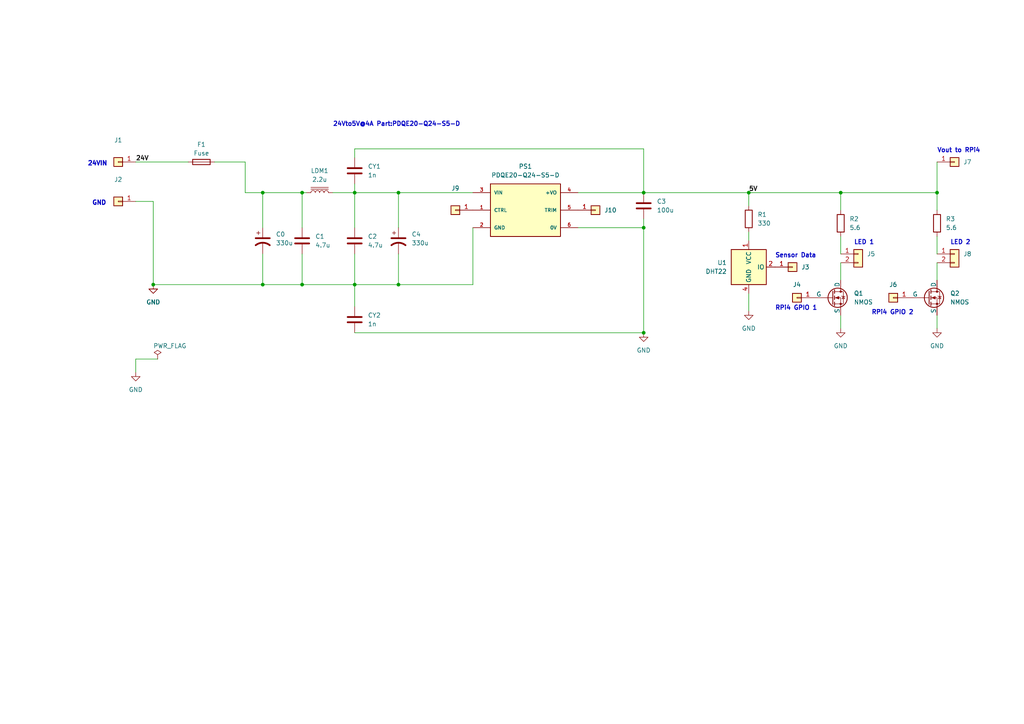
<source format=kicad_sch>
(kicad_sch (version 20230121) (generator eeschema)

  (uuid c8a1dbed-09ff-4cce-b212-445f2f4631fc)

  (paper "A4")

  (title_block
    (date "2023-09-22")
    (rev "5")
    (company "ASML Team 12")
  )

  (lib_symbols
    (symbol "Connector_Generic:Conn_01x01" (pin_names (offset 1.016) hide) (in_bom yes) (on_board yes)
      (property "Reference" "J" (at 0 2.54 0)
        (effects (font (size 1.27 1.27)))
      )
      (property "Value" "Conn_01x01" (at 0 -2.54 0)
        (effects (font (size 1.27 1.27)))
      )
      (property "Footprint" "" (at 0 0 0)
        (effects (font (size 1.27 1.27)) hide)
      )
      (property "Datasheet" "~" (at 0 0 0)
        (effects (font (size 1.27 1.27)) hide)
      )
      (property "ki_keywords" "connector" (at 0 0 0)
        (effects (font (size 1.27 1.27)) hide)
      )
      (property "ki_description" "Generic connector, single row, 01x01, script generated (kicad-library-utils/schlib/autogen/connector/)" (at 0 0 0)
        (effects (font (size 1.27 1.27)) hide)
      )
      (property "ki_fp_filters" "Connector*:*_1x??_*" (at 0 0 0)
        (effects (font (size 1.27 1.27)) hide)
      )
      (symbol "Conn_01x01_1_1"
        (rectangle (start -1.27 0.127) (end 0 -0.127)
          (stroke (width 0.1524) (type default))
          (fill (type none))
        )
        (rectangle (start -1.27 1.27) (end 1.27 -1.27)
          (stroke (width 0.254) (type default))
          (fill (type background))
        )
        (pin passive line (at -5.08 0 0) (length 3.81)
          (name "Pin_1" (effects (font (size 1.27 1.27))))
          (number "1" (effects (font (size 1.27 1.27))))
        )
      )
    )
    (symbol "Connector_Generic:Conn_01x02" (pin_names (offset 1.016) hide) (in_bom yes) (on_board yes)
      (property "Reference" "J" (at 0 2.54 0)
        (effects (font (size 1.27 1.27)))
      )
      (property "Value" "Conn_01x02" (at 0 -5.08 0)
        (effects (font (size 1.27 1.27)))
      )
      (property "Footprint" "" (at 0 0 0)
        (effects (font (size 1.27 1.27)) hide)
      )
      (property "Datasheet" "~" (at 0 0 0)
        (effects (font (size 1.27 1.27)) hide)
      )
      (property "ki_keywords" "connector" (at 0 0 0)
        (effects (font (size 1.27 1.27)) hide)
      )
      (property "ki_description" "Generic connector, single row, 01x02, script generated (kicad-library-utils/schlib/autogen/connector/)" (at 0 0 0)
        (effects (font (size 1.27 1.27)) hide)
      )
      (property "ki_fp_filters" "Connector*:*_1x??_*" (at 0 0 0)
        (effects (font (size 1.27 1.27)) hide)
      )
      (symbol "Conn_01x02_1_1"
        (rectangle (start -1.27 -2.413) (end 0 -2.667)
          (stroke (width 0.1524) (type default))
          (fill (type none))
        )
        (rectangle (start -1.27 0.127) (end 0 -0.127)
          (stroke (width 0.1524) (type default))
          (fill (type none))
        )
        (rectangle (start -1.27 1.27) (end 1.27 -3.81)
          (stroke (width 0.254) (type default))
          (fill (type background))
        )
        (pin passive line (at -5.08 0 0) (length 3.81)
          (name "Pin_1" (effects (font (size 1.27 1.27))))
          (number "1" (effects (font (size 1.27 1.27))))
        )
        (pin passive line (at -5.08 -2.54 0) (length 3.81)
          (name "Pin_2" (effects (font (size 1.27 1.27))))
          (number "2" (effects (font (size 1.27 1.27))))
        )
      )
    )
    (symbol "Device:C" (pin_numbers hide) (pin_names (offset 0.254)) (in_bom yes) (on_board yes)
      (property "Reference" "C" (at 0.635 2.54 0)
        (effects (font (size 1.27 1.27)) (justify left))
      )
      (property "Value" "C" (at 0.635 -2.54 0)
        (effects (font (size 1.27 1.27)) (justify left))
      )
      (property "Footprint" "" (at 0.9652 -3.81 0)
        (effects (font (size 1.27 1.27)) hide)
      )
      (property "Datasheet" "~" (at 0 0 0)
        (effects (font (size 1.27 1.27)) hide)
      )
      (property "ki_keywords" "cap capacitor" (at 0 0 0)
        (effects (font (size 1.27 1.27)) hide)
      )
      (property "ki_description" "Unpolarized capacitor" (at 0 0 0)
        (effects (font (size 1.27 1.27)) hide)
      )
      (property "ki_fp_filters" "C_*" (at 0 0 0)
        (effects (font (size 1.27 1.27)) hide)
      )
      (symbol "C_0_1"
        (polyline
          (pts
            (xy -2.032 -0.762)
            (xy 2.032 -0.762)
          )
          (stroke (width 0.508) (type default))
          (fill (type none))
        )
        (polyline
          (pts
            (xy -2.032 0.762)
            (xy 2.032 0.762)
          )
          (stroke (width 0.508) (type default))
          (fill (type none))
        )
      )
      (symbol "C_1_1"
        (pin passive line (at 0 3.81 270) (length 2.794)
          (name "~" (effects (font (size 1.27 1.27))))
          (number "1" (effects (font (size 1.27 1.27))))
        )
        (pin passive line (at 0 -3.81 90) (length 2.794)
          (name "~" (effects (font (size 1.27 1.27))))
          (number "2" (effects (font (size 1.27 1.27))))
        )
      )
    )
    (symbol "Device:C_Polarized_US" (pin_numbers hide) (pin_names (offset 0.254) hide) (in_bom yes) (on_board yes)
      (property "Reference" "C" (at 0.635 2.54 0)
        (effects (font (size 1.27 1.27)) (justify left))
      )
      (property "Value" "C_Polarized_US" (at 0.635 -2.54 0)
        (effects (font (size 1.27 1.27)) (justify left))
      )
      (property "Footprint" "" (at 0 0 0)
        (effects (font (size 1.27 1.27)) hide)
      )
      (property "Datasheet" "~" (at 0 0 0)
        (effects (font (size 1.27 1.27)) hide)
      )
      (property "ki_keywords" "cap capacitor" (at 0 0 0)
        (effects (font (size 1.27 1.27)) hide)
      )
      (property "ki_description" "Polarized capacitor, US symbol" (at 0 0 0)
        (effects (font (size 1.27 1.27)) hide)
      )
      (property "ki_fp_filters" "CP_*" (at 0 0 0)
        (effects (font (size 1.27 1.27)) hide)
      )
      (symbol "C_Polarized_US_0_1"
        (polyline
          (pts
            (xy -2.032 0.762)
            (xy 2.032 0.762)
          )
          (stroke (width 0.508) (type default))
          (fill (type none))
        )
        (polyline
          (pts
            (xy -1.778 2.286)
            (xy -0.762 2.286)
          )
          (stroke (width 0) (type default))
          (fill (type none))
        )
        (polyline
          (pts
            (xy -1.27 1.778)
            (xy -1.27 2.794)
          )
          (stroke (width 0) (type default))
          (fill (type none))
        )
        (arc (start 2.032 -1.27) (mid 0 -0.5572) (end -2.032 -1.27)
          (stroke (width 0.508) (type default))
          (fill (type none))
        )
      )
      (symbol "C_Polarized_US_1_1"
        (pin passive line (at 0 3.81 270) (length 2.794)
          (name "~" (effects (font (size 1.27 1.27))))
          (number "1" (effects (font (size 1.27 1.27))))
        )
        (pin passive line (at 0 -3.81 90) (length 3.302)
          (name "~" (effects (font (size 1.27 1.27))))
          (number "2" (effects (font (size 1.27 1.27))))
        )
      )
    )
    (symbol "Device:Fuse" (pin_numbers hide) (pin_names (offset 0)) (in_bom yes) (on_board yes)
      (property "Reference" "F" (at 2.032 0 90)
        (effects (font (size 1.27 1.27)))
      )
      (property "Value" "Fuse" (at -1.905 0 90)
        (effects (font (size 1.27 1.27)))
      )
      (property "Footprint" "" (at -1.778 0 90)
        (effects (font (size 1.27 1.27)) hide)
      )
      (property "Datasheet" "~" (at 0 0 0)
        (effects (font (size 1.27 1.27)) hide)
      )
      (property "ki_keywords" "fuse" (at 0 0 0)
        (effects (font (size 1.27 1.27)) hide)
      )
      (property "ki_description" "Fuse" (at 0 0 0)
        (effects (font (size 1.27 1.27)) hide)
      )
      (property "ki_fp_filters" "*Fuse*" (at 0 0 0)
        (effects (font (size 1.27 1.27)) hide)
      )
      (symbol "Fuse_0_1"
        (rectangle (start -0.762 -2.54) (end 0.762 2.54)
          (stroke (width 0.254) (type default))
          (fill (type none))
        )
        (polyline
          (pts
            (xy 0 2.54)
            (xy 0 -2.54)
          )
          (stroke (width 0) (type default))
          (fill (type none))
        )
      )
      (symbol "Fuse_1_1"
        (pin passive line (at 0 3.81 270) (length 1.27)
          (name "~" (effects (font (size 1.27 1.27))))
          (number "1" (effects (font (size 1.27 1.27))))
        )
        (pin passive line (at 0 -3.81 90) (length 1.27)
          (name "~" (effects (font (size 1.27 1.27))))
          (number "2" (effects (font (size 1.27 1.27))))
        )
      )
    )
    (symbol "Device:L_Iron" (pin_numbers hide) (pin_names (offset 1.016) hide) (in_bom yes) (on_board yes)
      (property "Reference" "L" (at -1.27 0 90)
        (effects (font (size 1.27 1.27)))
      )
      (property "Value" "L_Iron" (at 2.794 0 90)
        (effects (font (size 1.27 1.27)))
      )
      (property "Footprint" "" (at 0 0 0)
        (effects (font (size 1.27 1.27)) hide)
      )
      (property "Datasheet" "~" (at 0 0 0)
        (effects (font (size 1.27 1.27)) hide)
      )
      (property "ki_keywords" "inductor choke coil reactor magnetic" (at 0 0 0)
        (effects (font (size 1.27 1.27)) hide)
      )
      (property "ki_description" "Inductor with iron core" (at 0 0 0)
        (effects (font (size 1.27 1.27)) hide)
      )
      (property "ki_fp_filters" "Choke_* *Coil* Inductor_* L_*" (at 0 0 0)
        (effects (font (size 1.27 1.27)) hide)
      )
      (symbol "L_Iron_0_1"
        (arc (start 0 -2.54) (mid 0.6323 -1.905) (end 0 -1.27)
          (stroke (width 0) (type default))
          (fill (type none))
        )
        (arc (start 0 -1.27) (mid 0.6323 -0.635) (end 0 0)
          (stroke (width 0) (type default))
          (fill (type none))
        )
        (polyline
          (pts
            (xy 1.016 2.54)
            (xy 1.016 -2.54)
          )
          (stroke (width 0) (type default))
          (fill (type none))
        )
        (polyline
          (pts
            (xy 1.524 -2.54)
            (xy 1.524 2.54)
          )
          (stroke (width 0) (type default))
          (fill (type none))
        )
        (arc (start 0 0) (mid 0.6323 0.635) (end 0 1.27)
          (stroke (width 0) (type default))
          (fill (type none))
        )
        (arc (start 0 1.27) (mid 0.6323 1.905) (end 0 2.54)
          (stroke (width 0) (type default))
          (fill (type none))
        )
      )
      (symbol "L_Iron_1_1"
        (pin passive line (at 0 3.81 270) (length 1.27)
          (name "1" (effects (font (size 1.27 1.27))))
          (number "1" (effects (font (size 1.27 1.27))))
        )
        (pin passive line (at 0 -3.81 90) (length 1.27)
          (name "2" (effects (font (size 1.27 1.27))))
          (number "2" (effects (font (size 1.27 1.27))))
        )
      )
    )
    (symbol "Device:R" (pin_numbers hide) (pin_names (offset 0)) (in_bom yes) (on_board yes)
      (property "Reference" "R" (at 2.032 0 90)
        (effects (font (size 1.27 1.27)))
      )
      (property "Value" "R" (at 0 0 90)
        (effects (font (size 1.27 1.27)))
      )
      (property "Footprint" "" (at -1.778 0 90)
        (effects (font (size 1.27 1.27)) hide)
      )
      (property "Datasheet" "~" (at 0 0 0)
        (effects (font (size 1.27 1.27)) hide)
      )
      (property "ki_keywords" "R res resistor" (at 0 0 0)
        (effects (font (size 1.27 1.27)) hide)
      )
      (property "ki_description" "Resistor" (at 0 0 0)
        (effects (font (size 1.27 1.27)) hide)
      )
      (property "ki_fp_filters" "R_*" (at 0 0 0)
        (effects (font (size 1.27 1.27)) hide)
      )
      (symbol "R_0_1"
        (rectangle (start -1.016 -2.54) (end 1.016 2.54)
          (stroke (width 0.254) (type default))
          (fill (type none))
        )
      )
      (symbol "R_1_1"
        (pin passive line (at 0 3.81 270) (length 1.27)
          (name "~" (effects (font (size 1.27 1.27))))
          (number "1" (effects (font (size 1.27 1.27))))
        )
        (pin passive line (at 0 -3.81 90) (length 1.27)
          (name "~" (effects (font (size 1.27 1.27))))
          (number "2" (effects (font (size 1.27 1.27))))
        )
      )
    )
    (symbol "PDQE20-Q24-S5-D:PDQE20-Q24-S5-D" (pin_names (offset 1.016)) (in_bom yes) (on_board yes)
      (property "Reference" "PS" (at -10.16 8.382 0)
        (effects (font (size 1.27 1.27)) (justify left bottom))
      )
      (property "Value" "PDQE20-Q24-S5-D" (at -10.16 -10.16 0)
        (effects (font (size 1.27 1.27)) (justify left bottom))
      )
      (property "Footprint" "CONV_PDQE20-Q24-S5-D" (at 0 0 0)
        (effects (font (size 1.27 1.27)) (justify left bottom) hide)
      )
      (property "Datasheet" "" (at 0 0 0)
        (effects (font (size 1.27 1.27)) (justify left bottom) hide)
      )
      (property "PARTREV" "1.0" (at 0 0 0)
        (effects (font (size 1.27 1.27)) (justify left bottom) hide)
      )
      (property "STANDARD" "Manufacturer Recommendations" (at 0 0 0)
        (effects (font (size 1.27 1.27)) (justify left bottom) hide)
      )
      (property "MAXIMUM_PACKAGE_HEIGHT" "11.70mm" (at 0 0 0)
        (effects (font (size 1.27 1.27)) (justify left bottom) hide)
      )
      (property "MANUFACTURER" "CUI Inc." (at 0 0 0)
        (effects (font (size 1.27 1.27)) (justify left bottom) hide)
      )
      (property "ki_locked" "" (at 0 0 0)
        (effects (font (size 1.27 1.27)))
      )
      (symbol "PDQE20-Q24-S5-D_0_0"
        (rectangle (start -10.16 -7.62) (end 10.16 7.62)
          (stroke (width 0.254) (type solid))
          (fill (type background))
        )
        (pin input line (at -15.24 0 0) (length 5.08)
          (name "CTRL" (effects (font (size 1.016 1.016))))
          (number "1" (effects (font (size 1.016 1.016))))
        )
        (pin power_in line (at -15.24 -5.08 0) (length 5.08)
          (name "GND" (effects (font (size 1.016 1.016))))
          (number "2" (effects (font (size 1.016 1.016))))
        )
        (pin input line (at -15.24 5.08 0) (length 5.08)
          (name "VIN" (effects (font (size 1.016 1.016))))
          (number "3" (effects (font (size 1.016 1.016))))
        )
        (pin output line (at 15.24 5.08 180) (length 5.08)
          (name "+VO" (effects (font (size 1.016 1.016))))
          (number "4" (effects (font (size 1.016 1.016))))
        )
        (pin passive line (at 15.24 0 180) (length 5.08)
          (name "TRIM" (effects (font (size 1.016 1.016))))
          (number "5" (effects (font (size 1.016 1.016))))
        )
        (pin output line (at 15.24 -5.08 180) (length 5.08)
          (name "0V" (effects (font (size 1.016 1.016))))
          (number "6" (effects (font (size 1.016 1.016))))
        )
      )
    )
    (symbol "Sensor:DHT11" (in_bom yes) (on_board yes)
      (property "Reference" "U1" (at -6.35 1.27 0)
        (effects (font (size 1.27 1.27)) (justify right))
      )
      (property "Value" "DHT22" (at -6.35 -1.27 0)
        (effects (font (size 1.27 1.27)) (justify right))
      )
      (property "Footprint" "Sensor:Aosong_DHT11_5.5x12.0_P2.54mm" (at 0 -10.16 0)
        (effects (font (size 1.27 1.27)) hide)
      )
      (property "Datasheet" "http://akizukidenshi.com/download/ds/aosong/DHT11.pdf" (at 3.81 6.35 0)
        (effects (font (size 1.27 1.27)) hide)
      )
      (property "ki_keywords" "Digital temperature humidity sensor" (at 0 0 0)
        (effects (font (size 1.27 1.27)) hide)
      )
      (property "ki_description" "Temperature and humidity module" (at 0 0 0)
        (effects (font (size 1.27 1.27)) hide)
      )
      (property "ki_fp_filters" "Aosong*DHT11*5.5x12.0*P2.54mm*" (at 0 0 0)
        (effects (font (size 1.27 1.27)) hide)
      )
      (symbol "DHT11_0_1"
        (rectangle (start -5.08 5.08) (end 5.08 -5.08)
          (stroke (width 0.254) (type default))
          (fill (type background))
        )
      )
      (symbol "DHT11_1_1"
        (pin input line (at 0 7.62 270) (length 2.54)
          (name "VCC" (effects (font (size 1.27 1.27))))
          (number "1" (effects (font (size 1.27 1.27))))
        )
        (pin bidirectional line (at 7.62 0 180) (length 2.54)
          (name "IO" (effects (font (size 1.27 1.27))))
          (number "2" (effects (font (size 1.27 1.27))))
        )
        (pin no_connect line (at -5.08 0 0) (length 2.54) hide
          (name "NC" (effects (font (size 1.27 1.27))))
          (number "3" (effects (font (size 1.27 1.27))))
        )
        (pin power_in line (at 0 -7.62 90) (length 2.54)
          (name "GND" (effects (font (size 1.27 1.27))))
          (number "4" (effects (font (size 1.27 1.27))))
        )
      )
    )
    (symbol "Simulation_SPICE:NMOS" (pin_numbers hide) (pin_names (offset 0)) (in_bom yes) (on_board yes)
      (property "Reference" "Q" (at 5.08 1.27 0)
        (effects (font (size 1.27 1.27)) (justify left))
      )
      (property "Value" "NMOS" (at 5.08 -1.27 0)
        (effects (font (size 1.27 1.27)) (justify left))
      )
      (property "Footprint" "" (at 5.08 2.54 0)
        (effects (font (size 1.27 1.27)) hide)
      )
      (property "Datasheet" "https://ngspice.sourceforge.io/docs/ngspice-manual.pdf" (at 0 -12.7 0)
        (effects (font (size 1.27 1.27)) hide)
      )
      (property "Sim.Device" "NMOS" (at 0 -17.145 0)
        (effects (font (size 1.27 1.27)) hide)
      )
      (property "Sim.Type" "VDMOS" (at 0 -19.05 0)
        (effects (font (size 1.27 1.27)) hide)
      )
      (property "Sim.Pins" "1=D 2=G 3=S" (at 0 -15.24 0)
        (effects (font (size 1.27 1.27)) hide)
      )
      (property "ki_keywords" "transistor NMOS N-MOS N-MOSFET simulation" (at 0 0 0)
        (effects (font (size 1.27 1.27)) hide)
      )
      (property "ki_description" "N-MOSFET transistor, drain/source/gate" (at 0 0 0)
        (effects (font (size 1.27 1.27)) hide)
      )
      (symbol "NMOS_0_1"
        (polyline
          (pts
            (xy 0.254 0)
            (xy -2.54 0)
          )
          (stroke (width 0) (type default))
          (fill (type none))
        )
        (polyline
          (pts
            (xy 0.254 1.905)
            (xy 0.254 -1.905)
          )
          (stroke (width 0.254) (type default))
          (fill (type none))
        )
        (polyline
          (pts
            (xy 0.762 -1.27)
            (xy 0.762 -2.286)
          )
          (stroke (width 0.254) (type default))
          (fill (type none))
        )
        (polyline
          (pts
            (xy 0.762 0.508)
            (xy 0.762 -0.508)
          )
          (stroke (width 0.254) (type default))
          (fill (type none))
        )
        (polyline
          (pts
            (xy 0.762 2.286)
            (xy 0.762 1.27)
          )
          (stroke (width 0.254) (type default))
          (fill (type none))
        )
        (polyline
          (pts
            (xy 2.54 2.54)
            (xy 2.54 1.778)
          )
          (stroke (width 0) (type default))
          (fill (type none))
        )
        (polyline
          (pts
            (xy 2.54 -2.54)
            (xy 2.54 0)
            (xy 0.762 0)
          )
          (stroke (width 0) (type default))
          (fill (type none))
        )
        (polyline
          (pts
            (xy 0.762 -1.778)
            (xy 3.302 -1.778)
            (xy 3.302 1.778)
            (xy 0.762 1.778)
          )
          (stroke (width 0) (type default))
          (fill (type none))
        )
        (polyline
          (pts
            (xy 1.016 0)
            (xy 2.032 0.381)
            (xy 2.032 -0.381)
            (xy 1.016 0)
          )
          (stroke (width 0) (type default))
          (fill (type outline))
        )
        (polyline
          (pts
            (xy 2.794 0.508)
            (xy 2.921 0.381)
            (xy 3.683 0.381)
            (xy 3.81 0.254)
          )
          (stroke (width 0) (type default))
          (fill (type none))
        )
        (polyline
          (pts
            (xy 3.302 0.381)
            (xy 2.921 -0.254)
            (xy 3.683 -0.254)
            (xy 3.302 0.381)
          )
          (stroke (width 0) (type default))
          (fill (type none))
        )
        (circle (center 1.651 0) (radius 2.794)
          (stroke (width 0.254) (type default))
          (fill (type none))
        )
        (circle (center 2.54 -1.778) (radius 0.254)
          (stroke (width 0) (type default))
          (fill (type outline))
        )
        (circle (center 2.54 1.778) (radius 0.254)
          (stroke (width 0) (type default))
          (fill (type outline))
        )
      )
      (symbol "NMOS_1_1"
        (pin passive line (at 2.54 5.08 270) (length 2.54)
          (name "D" (effects (font (size 1.27 1.27))))
          (number "1" (effects (font (size 1.27 1.27))))
        )
        (pin input line (at -5.08 0 0) (length 2.54)
          (name "G" (effects (font (size 1.27 1.27))))
          (number "2" (effects (font (size 1.27 1.27))))
        )
        (pin passive line (at 2.54 -5.08 90) (length 2.54)
          (name "S" (effects (font (size 1.27 1.27))))
          (number "3" (effects (font (size 1.27 1.27))))
        )
      )
    )
    (symbol "power:GND" (power) (pin_names (offset 0)) (in_bom yes) (on_board yes)
      (property "Reference" "#PWR" (at 0 -6.35 0)
        (effects (font (size 1.27 1.27)) hide)
      )
      (property "Value" "GND" (at 0 -3.81 0)
        (effects (font (size 1.27 1.27)))
      )
      (property "Footprint" "" (at 0 0 0)
        (effects (font (size 1.27 1.27)) hide)
      )
      (property "Datasheet" "" (at 0 0 0)
        (effects (font (size 1.27 1.27)) hide)
      )
      (property "ki_keywords" "global power" (at 0 0 0)
        (effects (font (size 1.27 1.27)) hide)
      )
      (property "ki_description" "Power symbol creates a global label with name \"GND\" , ground" (at 0 0 0)
        (effects (font (size 1.27 1.27)) hide)
      )
      (symbol "GND_0_1"
        (polyline
          (pts
            (xy 0 0)
            (xy 0 -1.27)
            (xy 1.27 -1.27)
            (xy 0 -2.54)
            (xy -1.27 -1.27)
            (xy 0 -1.27)
          )
          (stroke (width 0) (type default))
          (fill (type none))
        )
      )
      (symbol "GND_1_1"
        (pin power_in line (at 0 0 270) (length 0) hide
          (name "GND" (effects (font (size 1.27 1.27))))
          (number "1" (effects (font (size 1.27 1.27))))
        )
      )
    )
    (symbol "power:PWR_FLAG" (power) (pin_numbers hide) (pin_names (offset 0) hide) (in_bom yes) (on_board yes)
      (property "Reference" "#FLG" (at 0 1.905 0)
        (effects (font (size 1.27 1.27)) hide)
      )
      (property "Value" "PWR_FLAG" (at 0 3.81 0)
        (effects (font (size 1.27 1.27)))
      )
      (property "Footprint" "" (at 0 0 0)
        (effects (font (size 1.27 1.27)) hide)
      )
      (property "Datasheet" "~" (at 0 0 0)
        (effects (font (size 1.27 1.27)) hide)
      )
      (property "ki_keywords" "flag power" (at 0 0 0)
        (effects (font (size 1.27 1.27)) hide)
      )
      (property "ki_description" "Special symbol for telling ERC where power comes from" (at 0 0 0)
        (effects (font (size 1.27 1.27)) hide)
      )
      (symbol "PWR_FLAG_0_0"
        (pin power_out line (at 0 0 90) (length 0)
          (name "pwr" (effects (font (size 1.27 1.27))))
          (number "1" (effects (font (size 1.27 1.27))))
        )
      )
      (symbol "PWR_FLAG_0_1"
        (polyline
          (pts
            (xy 0 0)
            (xy 0 1.27)
            (xy -1.016 1.905)
            (xy 0 2.54)
            (xy 1.016 1.905)
            (xy 0 1.27)
          )
          (stroke (width 0) (type default))
          (fill (type none))
        )
      )
    )
  )

  (junction (at 87.63 55.88) (diameter 0) (color 0 0 0 0)
    (uuid 0a586548-010f-4cfb-ad41-3ae9d650d69d)
  )
  (junction (at 271.78 55.88) (diameter 0) (color 0 0 0 0)
    (uuid 262232ac-0e57-4f22-b66a-0f44d103624b)
  )
  (junction (at 186.69 96.52) (diameter 0) (color 0 0 0 0)
    (uuid 2d223eee-adb5-4da0-88b4-d19349c44f92)
  )
  (junction (at 243.84 55.88) (diameter 0) (color 0 0 0 0)
    (uuid 35bfcc68-6593-427c-a3f2-fd9667157a53)
  )
  (junction (at 102.87 55.88) (diameter 0) (color 0 0 0 0)
    (uuid 434dfd24-1b9a-47fd-bc18-736261b366b0)
  )
  (junction (at 76.2 82.55) (diameter 0) (color 0 0 0 0)
    (uuid 454dd148-4abf-480f-9079-0b509714a68d)
  )
  (junction (at 76.2 55.88) (diameter 0) (color 0 0 0 0)
    (uuid 6313af42-c194-4118-a1be-012391dc35a9)
  )
  (junction (at 186.69 55.88) (diameter 0) (color 0 0 0 0)
    (uuid 6ac95d65-7902-4799-bf4c-35e8f6f28686)
  )
  (junction (at 186.69 66.04) (diameter 0) (color 0 0 0 0)
    (uuid 83b0ed6f-1393-429e-9b72-bd63ec0971fb)
  )
  (junction (at 44.45 82.55) (diameter 0) (color 0 0 0 0)
    (uuid 8b85ddff-5c65-4270-b337-5e803d4a4686)
  )
  (junction (at 87.63 82.55) (diameter 0) (color 0 0 0 0)
    (uuid 952fbe35-3655-4958-b35e-67dc4365a9ed)
  )
  (junction (at 102.87 82.55) (diameter 0) (color 0 0 0 0)
    (uuid 9a9a8a38-3b7c-4399-9b0a-36fcce6c52d2)
  )
  (junction (at 115.57 55.88) (diameter 0) (color 0 0 0 0)
    (uuid ba2a503b-313a-4e9c-92a8-b831985b481b)
  )
  (junction (at 115.57 82.55) (diameter 0) (color 0 0 0 0)
    (uuid c418164a-65cd-4966-8e4e-c9d5c50265e0)
  )
  (junction (at 217.17 55.88) (diameter 0) (color 0 0 0 0)
    (uuid ff498451-0a79-49ad-8c24-ffebc1336518)
  )

  (wire (pts (xy 102.87 82.55) (xy 102.87 88.9))
    (stroke (width 0) (type default))
    (uuid 0bcd521d-4438-461a-9237-08721519289d)
  )
  (wire (pts (xy 44.45 82.55) (xy 76.2 82.55))
    (stroke (width 0) (type default))
    (uuid 17e558eb-9768-4253-9193-ebf19bec322a)
  )
  (wire (pts (xy 217.17 55.88) (xy 217.17 59.69))
    (stroke (width 0) (type default))
    (uuid 1e938d6d-824e-4628-827b-0b3a2956f606)
  )
  (wire (pts (xy 186.69 55.88) (xy 217.17 55.88))
    (stroke (width 0) (type default))
    (uuid 2bc64121-3f3f-4c0b-80df-e9aa8a1810ea)
  )
  (wire (pts (xy 217.17 85.09) (xy 217.17 90.17))
    (stroke (width 0) (type default))
    (uuid 2ce262c2-53a0-44a5-adf9-9242567204de)
  )
  (wire (pts (xy 115.57 55.88) (xy 137.16 55.88))
    (stroke (width 0) (type default))
    (uuid 2db69135-e36f-4fe8-9942-e4d82a89b545)
  )
  (wire (pts (xy 186.69 43.18) (xy 186.69 55.88))
    (stroke (width 0) (type default))
    (uuid 2e6e7592-eb1d-4ce5-ba7e-afdc9ddf3bf6)
  )
  (wire (pts (xy 102.87 96.52) (xy 186.69 96.52))
    (stroke (width 0) (type default))
    (uuid 3a973436-c5e0-4277-a034-ddda9b45a990)
  )
  (wire (pts (xy 243.84 76.2) (xy 243.84 81.28))
    (stroke (width 0) (type default))
    (uuid 3d872105-2592-43ce-8721-caee238df8fa)
  )
  (wire (pts (xy 39.37 107.95) (xy 39.37 104.14))
    (stroke (width 0) (type default))
    (uuid 4418bc1b-d377-4185-8bfd-e66db93ae813)
  )
  (wire (pts (xy 115.57 66.04) (xy 115.57 55.88))
    (stroke (width 0) (type default))
    (uuid 4a995513-c70b-4393-a3dd-917a4bf2cf0e)
  )
  (wire (pts (xy 87.63 82.55) (xy 102.87 82.55))
    (stroke (width 0) (type default))
    (uuid 4e13e66e-e72a-41d3-9a7d-a201b1fd21d8)
  )
  (wire (pts (xy 115.57 82.55) (xy 137.16 82.55))
    (stroke (width 0) (type default))
    (uuid 558b8008-84bb-4989-a526-b661d9bd7eab)
  )
  (wire (pts (xy 71.12 46.99) (xy 71.12 55.88))
    (stroke (width 0) (type default))
    (uuid 56ef506b-8d0f-4211-ace6-1e9de65cad3c)
  )
  (wire (pts (xy 102.87 43.18) (xy 186.69 43.18))
    (stroke (width 0) (type default))
    (uuid 585d1776-359c-47b9-97aa-d2e1e87f8924)
  )
  (wire (pts (xy 167.64 55.88) (xy 186.69 55.88))
    (stroke (width 0) (type default))
    (uuid 59d0db41-7579-4b1d-ade8-1d24b96cd300)
  )
  (wire (pts (xy 87.63 73.66) (xy 87.63 82.55))
    (stroke (width 0) (type default))
    (uuid 5dd6cfde-cfe0-445c-ae50-aead8e400a20)
  )
  (wire (pts (xy 271.78 55.88) (xy 271.78 60.96))
    (stroke (width 0) (type default))
    (uuid 6362299a-da93-48dc-ad8c-432f6db9ad12)
  )
  (wire (pts (xy 271.78 68.58) (xy 271.78 73.66))
    (stroke (width 0) (type default))
    (uuid 65db657d-e516-44c3-986b-b884b8d9c4ea)
  )
  (wire (pts (xy 87.63 66.04) (xy 87.63 55.88))
    (stroke (width 0) (type default))
    (uuid 731cf37d-15c4-4e53-bda2-980b61d855d8)
  )
  (wire (pts (xy 44.45 58.42) (xy 44.45 82.55))
    (stroke (width 0) (type default))
    (uuid 7df28ef7-eeed-47f5-9104-ea6f021f5cb0)
  )
  (wire (pts (xy 76.2 55.88) (xy 87.63 55.88))
    (stroke (width 0) (type default))
    (uuid 91547108-a77f-43b4-96d6-8b98d9ad9229)
  )
  (wire (pts (xy 39.37 104.14) (xy 45.72 104.14))
    (stroke (width 0) (type default))
    (uuid 9190f89f-2a13-42b3-ae3b-987d4f33041e)
  )
  (wire (pts (xy 271.78 76.2) (xy 271.78 81.28))
    (stroke (width 0) (type default))
    (uuid 959536e5-bfe7-467f-93c7-e672706ca061)
  )
  (wire (pts (xy 243.84 68.58) (xy 243.84 73.66))
    (stroke (width 0) (type default))
    (uuid 99f5380b-53b7-4dfd-b8f7-2a856bbf5248)
  )
  (wire (pts (xy 87.63 55.88) (xy 88.9 55.88))
    (stroke (width 0) (type default))
    (uuid 9ef07e19-0983-452b-a7de-2f18eb4d4771)
  )
  (wire (pts (xy 137.16 66.04) (xy 137.16 82.55))
    (stroke (width 0) (type default))
    (uuid a020faee-e40f-4ffb-aa44-4d9634715745)
  )
  (wire (pts (xy 102.87 82.55) (xy 115.57 82.55))
    (stroke (width 0) (type default))
    (uuid a377af3f-0ee5-4a2f-a55d-a86eae179606)
  )
  (wire (pts (xy 39.37 58.42) (xy 44.45 58.42))
    (stroke (width 0) (type default))
    (uuid a3d0f7d5-05b0-43ad-84b9-cc69f394a093)
  )
  (wire (pts (xy 243.84 91.44) (xy 243.84 95.25))
    (stroke (width 0) (type default))
    (uuid aa7aa95f-e9dd-426d-926f-97bbdd8db4f0)
  )
  (wire (pts (xy 217.17 67.31) (xy 217.17 69.85))
    (stroke (width 0) (type default))
    (uuid acf074de-081b-469c-8b28-a80c290ebc2b)
  )
  (wire (pts (xy 62.23 46.99) (xy 71.12 46.99))
    (stroke (width 0) (type default))
    (uuid af36426f-7398-481f-9c9c-771640944553)
  )
  (wire (pts (xy 39.37 46.99) (xy 54.61 46.99))
    (stroke (width 0) (type default))
    (uuid b3f8a8a8-aec8-4375-b174-54ac48ae7414)
  )
  (wire (pts (xy 71.12 55.88) (xy 76.2 55.88))
    (stroke (width 0) (type default))
    (uuid b49b558a-fccf-428c-a2c9-6084a70f4079)
  )
  (wire (pts (xy 243.84 55.88) (xy 243.84 60.96))
    (stroke (width 0) (type default))
    (uuid b8664da8-5189-47c7-9eed-8b94d99d30dc)
  )
  (wire (pts (xy 243.84 55.88) (xy 271.78 55.88))
    (stroke (width 0) (type default))
    (uuid bc15c4f3-d7fe-46a8-999a-e47d965f589c)
  )
  (wire (pts (xy 76.2 66.04) (xy 76.2 55.88))
    (stroke (width 0) (type default))
    (uuid bceadb64-083a-424d-bd36-761c4b8187c0)
  )
  (wire (pts (xy 115.57 73.66) (xy 115.57 82.55))
    (stroke (width 0) (type default))
    (uuid bf61f2f5-f476-4f5e-bb7b-4b5349413ff7)
  )
  (wire (pts (xy 186.69 63.5) (xy 186.69 66.04))
    (stroke (width 0) (type default))
    (uuid c405f5d8-c372-421d-a973-d32f5337e485)
  )
  (wire (pts (xy 102.87 55.88) (xy 115.57 55.88))
    (stroke (width 0) (type default))
    (uuid c4c7d2ce-738d-4eb0-bfc2-450a698be40c)
  )
  (wire (pts (xy 102.87 43.18) (xy 102.87 45.72))
    (stroke (width 0) (type default))
    (uuid c4f0b31e-1f63-4135-9baf-321412557b87)
  )
  (wire (pts (xy 167.64 66.04) (xy 186.69 66.04))
    (stroke (width 0) (type default))
    (uuid cb33de19-80f9-41d4-9fbc-b8ddb412b087)
  )
  (wire (pts (xy 96.52 55.88) (xy 102.87 55.88))
    (stroke (width 0) (type default))
    (uuid cd992cd0-4a9c-48e3-8fd1-5572c88f8a24)
  )
  (wire (pts (xy 217.17 55.88) (xy 243.84 55.88))
    (stroke (width 0) (type default))
    (uuid d2dc5d31-ceb1-412c-94de-159ce942fcad)
  )
  (wire (pts (xy 186.69 66.04) (xy 186.69 96.52))
    (stroke (width 0) (type default))
    (uuid d4912bcd-fa2f-4447-8655-417898aa48a2)
  )
  (wire (pts (xy 102.87 66.04) (xy 102.87 55.88))
    (stroke (width 0) (type default))
    (uuid e30528dd-e6b4-4bf4-93f0-820d43e11904)
  )
  (wire (pts (xy 76.2 82.55) (xy 87.63 82.55))
    (stroke (width 0) (type default))
    (uuid eb50e8b9-5a28-4758-9de2-0c5706fa7020)
  )
  (wire (pts (xy 102.87 73.66) (xy 102.87 82.55))
    (stroke (width 0) (type default))
    (uuid eb8520fe-722a-4dc8-b106-f64fe75d829c)
  )
  (wire (pts (xy 271.78 46.99) (xy 271.78 55.88))
    (stroke (width 0) (type default))
    (uuid f3ddfe20-ffe2-463b-a88e-1462d6a819b5)
  )
  (wire (pts (xy 76.2 73.66) (xy 76.2 82.55))
    (stroke (width 0) (type default))
    (uuid f94537f3-e306-4972-a4ac-4e811e7da258)
  )
  (wire (pts (xy 271.78 91.44) (xy 271.78 95.25))
    (stroke (width 0) (type default))
    (uuid fdd0d503-e14a-41ce-86f5-ac30ff5fbf7b)
  )
  (wire (pts (xy 102.87 53.34) (xy 102.87 55.88))
    (stroke (width 0) (type default))
    (uuid feedcd21-f51d-4b40-946b-6cbb24b22c64)
  )

  (text "GND" (at 26.67 59.69 0)
    (effects (font (size 1.27 1.27) (thickness 0.254) bold) (justify left bottom))
    (uuid 182020ba-9851-4a45-906c-338b93805bcf)
  )
  (text "Sensor Data" (at 224.79 74.93 0)
    (effects (font (size 1.27 1.27) bold) (justify left bottom))
    (uuid 33088e88-9907-41e1-9f85-1ea3450bf0d1)
  )
  (text "GND" (at 26.67 59.69 0)
    (effects (font (size 1.27 1.27) (thickness 0.254) bold) (justify left bottom))
    (uuid 3380e41b-6abe-4e92-b337-3451d0c5646d)
  )
  (text "24Vto5V@4A Part:PDQE20-Q24-S5-D" (at 96.52 36.83 0)
    (effects (font (size 1.27 1.27) (thickness 0.254) bold) (justify left bottom))
    (uuid 4a7d55af-f2dc-49ed-b4c0-936413686f3d)
  )
  (text "24VIN" (at 25.4 48.26 0)
    (effects (font (size 1.27 1.27) (thickness 0.254) bold) (justify left bottom))
    (uuid 53eefac1-faa2-4661-aeb3-a935a0d21ba7)
  )
  (text "LED 2" (at 275.59 71.12 0)
    (effects (font (size 1.27 1.27) bold) (justify left bottom))
    (uuid 56fbb7a6-f6e6-4c7f-9de1-bec8fe083054)
  )
  (text "Vout to RPi4" (at 271.78 44.45 0)
    (effects (font (size 1.27 1.27) bold) (justify left bottom))
    (uuid 8af4d1ab-3b5b-4871-9b22-2b777918f43f)
  )
  (text "RPi4 GPIO 1" (at 224.79 90.17 0)
    (effects (font (size 1.27 1.27) bold) (justify left bottom))
    (uuid 8d4cd757-96c6-4355-bd6b-1bf75674c87d)
  )
  (text "RPi4 GPIO 2" (at 252.73 91.44 0)
    (effects (font (size 1.27 1.27) bold) (justify left bottom))
    (uuid d2421ecd-8c92-4c32-bb24-e7c63335336a)
  )
  (text "LED 1" (at 247.65 71.12 0)
    (effects (font (size 1.27 1.27) bold) (justify left bottom))
    (uuid d7c8b89a-2c0e-4500-917e-7d3a3305211b)
  )
  (text "24VIN" (at 25.4 48.26 0)
    (effects (font (size 1.27 1.27) (thickness 0.254) bold) (justify left bottom))
    (uuid e0d29a74-d7f9-4f25-9c2b-8d817fe6781a)
  )

  (label "24V" (at 39.37 46.99 0) (fields_autoplaced)
    (effects (font (size 1.27 1.27) bold) (justify left bottom))
    (uuid 05d0c9fa-3857-4110-ba20-11c682a44799)
  )
  (label "5V" (at 217.17 55.88 0) (fields_autoplaced)
    (effects (font (size 1.27 1.27) bold) (justify left bottom))
    (uuid 096844f4-f6c8-41b5-bd3a-a2a13c38a4e7)
  )

  (symbol (lib_id "Device:C") (at 102.87 92.71 0) (unit 1)
    (in_bom yes) (on_board yes) (dnp no) (fields_autoplaced)
    (uuid 18e3e869-f809-4b3e-9ca9-7847b39be540)
    (property "Reference" "CY2" (at 106.68 91.44 0)
      (effects (font (size 1.27 1.27)) (justify left))
    )
    (property "Value" "1n" (at 106.68 93.98 0)
      (effects (font (size 1.27 1.27)) (justify left))
    )
    (property "Footprint" "Capacitor_THT:C_Radial_D5.0mm_H5.0mm_P2.00mm" (at 103.8352 96.52 0)
      (effects (font (size 1.27 1.27)) hide)
    )
    (property "Datasheet" "~" (at 102.87 92.71 0)
      (effects (font (size 1.27 1.27)) hide)
    )
    (pin "1" (uuid 156bd61b-5ef4-4e86-93a0-b73d89ebaf64))
    (pin "2" (uuid 5e63158e-68f2-4603-97df-4ddcd686fc48))
    (instances
      (project "24V buck converter dual output"
        (path "/c8a1dbed-09ff-4cce-b212-445f2f4631fc"
          (reference "CY2") (unit 1)
        )
      )
    )
  )

  (symbol (lib_id "Device:C_Polarized_US") (at 115.57 69.85 0) (unit 1)
    (in_bom yes) (on_board yes) (dnp no) (fields_autoplaced)
    (uuid 251b4b7d-25f6-40e6-8c26-96e3bbc2e863)
    (property "Reference" "C4" (at 119.38 67.945 0)
      (effects (font (size 1.27 1.27)) (justify left))
    )
    (property "Value" "330u" (at 119.38 70.485 0)
      (effects (font (size 1.27 1.27)) (justify left))
    )
    (property "Footprint" "" (at 115.57 69.85 0)
      (effects (font (size 1.27 1.27)) hide)
    )
    (property "Datasheet" "~" (at 115.57 69.85 0)
      (effects (font (size 1.27 1.27)) hide)
    )
    (pin "1" (uuid 7561c36b-1e8f-4918-92f6-acba7e19000f))
    (pin "2" (uuid f2a1b4c3-6270-4b81-b57d-dbdcfb7b7091))
    (instances
      (project "24V buck converter dual output"
        (path "/c8a1dbed-09ff-4cce-b212-445f2f4631fc"
          (reference "C4") (unit 1)
        )
      )
    )
  )

  (symbol (lib_id "Connector_Generic:Conn_01x02") (at 276.86 73.66 0) (unit 1)
    (in_bom yes) (on_board yes) (dnp no) (fields_autoplaced)
    (uuid 2c3e8a06-25ac-430d-a519-7d6f527db890)
    (property "Reference" "J8" (at 279.4 73.66 0)
      (effects (font (size 1.27 1.27)) (justify left))
    )
    (property "Value" "Conn_01x02" (at 279.4 76.2 0)
      (effects (font (size 1.27 1.27)) (justify left) hide)
    )
    (property "Footprint" "" (at 276.86 73.66 0)
      (effects (font (size 1.27 1.27)) hide)
    )
    (property "Datasheet" "~" (at 276.86 73.66 0)
      (effects (font (size 1.27 1.27)) hide)
    )
    (pin "1" (uuid 32b4afdc-171c-43fd-ad7d-388d9b1b0876))
    (pin "2" (uuid 0d844dac-7f9e-44e9-ab82-ec90c70e398d))
    (instances
      (project "24V buck converter dual output"
        (path "/c8a1dbed-09ff-4cce-b212-445f2f4631fc"
          (reference "J8") (unit 1)
        )
      )
    )
  )

  (symbol (lib_id "power:GND") (at 44.45 82.55 0) (unit 1)
    (in_bom yes) (on_board yes) (dnp no) (fields_autoplaced)
    (uuid 4045eced-f3eb-4db0-b1d9-b6992c3ec8bc)
    (property "Reference" "#PWR02" (at 44.45 88.9 0)
      (effects (font (size 1.27 1.27)) hide)
    )
    (property "Value" "GND" (at 44.45 87.63 0)
      (effects (font (size 1.27 1.27)))
    )
    (property "Footprint" "" (at 44.45 82.55 0)
      (effects (font (size 1.27 1.27)) hide)
    )
    (property "Datasheet" "" (at 44.45 82.55 0)
      (effects (font (size 1.27 1.27)) hide)
    )
    (pin "1" (uuid 37986d2d-90f2-433c-9d64-48b4dcfe18b6))
    (instances
      (project "24V buck converter dual output"
        (path "/c8a1dbed-09ff-4cce-b212-445f2f4631fc"
          (reference "#PWR02") (unit 1)
        )
      )
    )
  )

  (symbol (lib_id "Connector_Generic:Conn_01x01") (at 231.14 86.36 180) (unit 1)
    (in_bom yes) (on_board yes) (dnp no) (fields_autoplaced)
    (uuid 45b3297c-f2c1-40f3-8c5e-426915119241)
    (property "Reference" "J4" (at 231.14 82.55 0)
      (effects (font (size 1.27 1.27)))
    )
    (property "Value" "Conn_01x01" (at 231.14 82.55 0)
      (effects (font (size 1.27 1.27)) hide)
    )
    (property "Footprint" "" (at 231.14 86.36 0)
      (effects (font (size 1.27 1.27)) hide)
    )
    (property "Datasheet" "~" (at 231.14 86.36 0)
      (effects (font (size 1.27 1.27)) hide)
    )
    (pin "1" (uuid f4e7472e-9d80-4728-8b32-554814ab6fa0))
    (instances
      (project "24V buck converter dual output"
        (path "/c8a1dbed-09ff-4cce-b212-445f2f4631fc"
          (reference "J4") (unit 1)
        )
      )
    )
  )

  (symbol (lib_id "Connector_Generic:Conn_01x01") (at 172.72 60.96 0) (unit 1)
    (in_bom yes) (on_board yes) (dnp no) (fields_autoplaced)
    (uuid 47fcda12-e3ef-4151-aa90-8635a52ae6ee)
    (property "Reference" "J10" (at 175.26 60.96 0)
      (effects (font (size 1.27 1.27)) (justify left))
    )
    (property "Value" "Conn_01x01" (at 172.72 64.77 0)
      (effects (font (size 1.27 1.27)) hide)
    )
    (property "Footprint" "" (at 172.72 60.96 0)
      (effects (font (size 1.27 1.27)) hide)
    )
    (property "Datasheet" "~" (at 172.72 60.96 0)
      (effects (font (size 1.27 1.27)) hide)
    )
    (pin "1" (uuid 2317e920-ab17-488c-92ea-1bc9df410a31))
    (instances
      (project "24V buck converter dual output"
        (path "/c8a1dbed-09ff-4cce-b212-445f2f4631fc"
          (reference "J10") (unit 1)
        )
      )
    )
  )

  (symbol (lib_id "Connector_Generic:Conn_01x01") (at 276.86 46.99 0) (unit 1)
    (in_bom yes) (on_board yes) (dnp no) (fields_autoplaced)
    (uuid 4954e667-9958-4941-a4d2-63e1777cbfd3)
    (property "Reference" "J7" (at 279.4 46.99 0)
      (effects (font (size 1.27 1.27)) (justify left))
    )
    (property "Value" "Conn_01x01" (at 276.86 50.8 0)
      (effects (font (size 1.27 1.27)) hide)
    )
    (property "Footprint" "" (at 276.86 46.99 0)
      (effects (font (size 1.27 1.27)) hide)
    )
    (property "Datasheet" "~" (at 276.86 46.99 0)
      (effects (font (size 1.27 1.27)) hide)
    )
    (pin "1" (uuid 77120a85-8d39-433c-b621-cebcb9088be5))
    (instances
      (project "24V buck converter dual output"
        (path "/c8a1dbed-09ff-4cce-b212-445f2f4631fc"
          (reference "J7") (unit 1)
        )
      )
    )
  )

  (symbol (lib_id "Device:R") (at 243.84 64.77 0) (unit 1)
    (in_bom yes) (on_board yes) (dnp no)
    (uuid 522b4b00-8879-4a9e-9ec8-d722a8a631ad)
    (property "Reference" "R2" (at 246.38 63.5 0)
      (effects (font (size 1.27 1.27)) (justify left))
    )
    (property "Value" "5.6" (at 246.38 66.04 0)
      (effects (font (size 1.27 1.27)) (justify left))
    )
    (property "Footprint" "Resistor_THT:R_Axial_DIN0207_L6.3mm_D2.5mm_P10.16mm_Horizontal" (at 242.062 64.77 90)
      (effects (font (size 1.27 1.27)) hide)
    )
    (property "Datasheet" "~" (at 243.84 64.77 0)
      (effects (font (size 1.27 1.27)) hide)
    )
    (pin "1" (uuid 3d5d3deb-7fe2-407c-85c0-a08f7232751e))
    (pin "2" (uuid 2efe7673-df8f-4623-8607-ae614b1895f4))
    (instances
      (project "24V buck converter dual output"
        (path "/c8a1dbed-09ff-4cce-b212-445f2f4631fc"
          (reference "R2") (unit 1)
        )
      )
    )
  )

  (symbol (lib_id "Simulation_SPICE:NMOS") (at 241.3 86.36 0) (unit 1)
    (in_bom yes) (on_board yes) (dnp no) (fields_autoplaced)
    (uuid 523f339a-1591-4f80-af5e-6578581eb91f)
    (property "Reference" "Q1" (at 247.65 85.09 0)
      (effects (font (size 1.27 1.27)) (justify left))
    )
    (property "Value" "NMOS" (at 247.65 87.63 0)
      (effects (font (size 1.27 1.27)) (justify left))
    )
    (property "Footprint" "" (at 246.38 83.82 0)
      (effects (font (size 1.27 1.27)) hide)
    )
    (property "Datasheet" "https://ngspice.sourceforge.io/docs/ngspice-manual.pdf" (at 241.3 99.06 0)
      (effects (font (size 1.27 1.27)) hide)
    )
    (property "Sim.Device" "NMOS" (at 241.3 103.505 0)
      (effects (font (size 1.27 1.27)) hide)
    )
    (property "Sim.Type" "VDMOS" (at 241.3 105.41 0)
      (effects (font (size 1.27 1.27)) hide)
    )
    (property "Sim.Pins" "1=D 2=G 3=S" (at 241.3 101.6 0)
      (effects (font (size 1.27 1.27)) hide)
    )
    (pin "1" (uuid a964735b-516b-4c23-8574-860f8726a57d))
    (pin "2" (uuid a3875de8-c62b-4f9a-bfc0-a343ab2364ea))
    (pin "3" (uuid 465aacfc-14ed-4fae-b526-38f9e6a8985b))
    (instances
      (project "24V buck converter dual output"
        (path "/c8a1dbed-09ff-4cce-b212-445f2f4631fc"
          (reference "Q1") (unit 1)
        )
      )
    )
  )

  (symbol (lib_id "power:PWR_FLAG") (at 45.72 104.14 0) (unit 1)
    (in_bom yes) (on_board yes) (dnp no)
    (uuid 551d3120-a097-45dd-937d-a5d010fe2b76)
    (property "Reference" "#FLG01" (at 45.72 102.235 0)
      (effects (font (size 1.27 1.27)) hide)
    )
    (property "Value" "PWR_FLAG" (at 44.45 100.33 0)
      (effects (font (size 1.27 1.27)) (justify left))
    )
    (property "Footprint" "" (at 45.72 104.14 0)
      (effects (font (size 1.27 1.27)) hide)
    )
    (property "Datasheet" "~" (at 45.72 104.14 0)
      (effects (font (size 1.27 1.27)) hide)
    )
    (pin "1" (uuid 80f35f85-2fb1-438d-8d5a-1a160944104c))
    (instances
      (project "24V buck converter dual output"
        (path "/c8a1dbed-09ff-4cce-b212-445f2f4631fc"
          (reference "#FLG01") (unit 1)
        )
      )
    )
  )

  (symbol (lib_id "power:GND") (at 243.84 95.25 0) (unit 1)
    (in_bom yes) (on_board yes) (dnp no) (fields_autoplaced)
    (uuid 5892bcdd-f390-4468-9da5-776e35389819)
    (property "Reference" "#PWR05" (at 243.84 101.6 0)
      (effects (font (size 1.27 1.27)) hide)
    )
    (property "Value" "GND" (at 243.84 100.33 0)
      (effects (font (size 1.27 1.27)))
    )
    (property "Footprint" "" (at 243.84 95.25 0)
      (effects (font (size 1.27 1.27)) hide)
    )
    (property "Datasheet" "" (at 243.84 95.25 0)
      (effects (font (size 1.27 1.27)) hide)
    )
    (pin "1" (uuid 32c5e9a3-670c-4b64-9cc1-df06b5b71e35))
    (instances
      (project "24V buck converter dual output"
        (path "/c8a1dbed-09ff-4cce-b212-445f2f4631fc"
          (reference "#PWR05") (unit 1)
        )
      )
    )
  )

  (symbol (lib_id "power:GND") (at 44.45 82.55 0) (unit 1)
    (in_bom yes) (on_board yes) (dnp no) (fields_autoplaced)
    (uuid 5c266ad5-a1de-48db-8f44-7489193d5197)
    (property "Reference" "#PWR03" (at 44.45 88.9 0)
      (effects (font (size 1.27 1.27)) hide)
    )
    (property "Value" "GND" (at 44.45 87.63 0)
      (effects (font (size 1.27 1.27)))
    )
    (property "Footprint" "" (at 44.45 82.55 0)
      (effects (font (size 1.27 1.27)) hide)
    )
    (property "Datasheet" "" (at 44.45 82.55 0)
      (effects (font (size 1.27 1.27)) hide)
    )
    (pin "1" (uuid 490b8c20-4254-4106-89d2-0bd79c876c80))
    (instances
      (project "24V buck converter dual output"
        (path "/c8a1dbed-09ff-4cce-b212-445f2f4631fc"
          (reference "#PWR03") (unit 1)
        )
      )
    )
  )

  (symbol (lib_id "Sensor:DHT11") (at 217.17 77.47 0) (unit 1)
    (in_bom yes) (on_board yes) (dnp no) (fields_autoplaced)
    (uuid 5df8091f-6799-41ce-a603-4e423aa01095)
    (property "Reference" "U1" (at 210.82 76.2 0)
      (effects (font (size 1.27 1.27)) (justify right))
    )
    (property "Value" "DHT22" (at 210.82 78.74 0)
      (effects (font (size 1.27 1.27)) (justify right))
    )
    (property "Footprint" "Sensor:Aosong_DHT11_5.5x12.0_P2.54mm" (at 217.17 87.63 0)
      (effects (font (size 1.27 1.27)) hide)
    )
    (property "Datasheet" "http://akizukidenshi.com/download/ds/aosong/DHT11.pdf" (at 220.98 71.12 0)
      (effects (font (size 1.27 1.27)) hide)
    )
    (pin "1" (uuid a9607ef0-3523-4721-9b94-54cca46a4ea3))
    (pin "2" (uuid a0341795-3368-4970-bdf4-df27f370b297))
    (pin "3" (uuid f5de79f0-ab5e-4b15-bcd3-929f13a8db8a))
    (pin "4" (uuid 14dc314f-b2a8-4219-9436-b69ef176e880))
    (instances
      (project "24V buck converter dual output"
        (path "/c8a1dbed-09ff-4cce-b212-445f2f4631fc"
          (reference "U1") (unit 1)
        )
      )
    )
  )

  (symbol (lib_id "PDQE20-Q24-S5-D:PDQE20-Q24-S5-D") (at 152.4 60.96 0) (unit 1)
    (in_bom yes) (on_board yes) (dnp no) (fields_autoplaced)
    (uuid 69391e50-d73b-4e1b-9512-845df8d6b41a)
    (property "Reference" "PS1" (at 152.4 48.26 0)
      (effects (font (size 1.27 1.27)))
    )
    (property "Value" "PDQE20-Q24-S5-D" (at 152.4 50.8 0)
      (effects (font (size 1.27 1.27)))
    )
    (property "Footprint" "CONV_PDQE20-Q24-S5-D" (at 152.4 60.96 0)
      (effects (font (size 1.27 1.27)) (justify left bottom) hide)
    )
    (property "Datasheet" "" (at 152.4 60.96 0)
      (effects (font (size 1.27 1.27)) (justify left bottom) hide)
    )
    (property "PARTREV" "1.0" (at 152.4 60.96 0)
      (effects (font (size 1.27 1.27)) (justify left bottom) hide)
    )
    (property "STANDARD" "Manufacturer Recommendations" (at 152.4 60.96 0)
      (effects (font (size 1.27 1.27)) (justify left bottom) hide)
    )
    (property "MAXIMUM_PACKAGE_HEIGHT" "11.70mm" (at 152.4 60.96 0)
      (effects (font (size 1.27 1.27)) (justify left bottom) hide)
    )
    (property "MANUFACTURER" "CUI Inc." (at 152.4 60.96 0)
      (effects (font (size 1.27 1.27)) (justify left bottom) hide)
    )
    (pin "1" (uuid e05a3478-d3de-4730-9f9c-68d7f3e8cccb))
    (pin "2" (uuid 60eac585-012d-4295-976b-59ffb3b513e1))
    (pin "3" (uuid 945e5725-3d8e-482d-967e-9ee1f42940dc))
    (pin "4" (uuid e2bd4d15-378b-455d-84cf-377673a3e63a))
    (pin "5" (uuid f50b2c3b-f9de-4606-a842-bc410c901b8d))
    (pin "6" (uuid 41a507ed-69f3-4df2-89ca-076280500cf3))
    (instances
      (project "24V buck converter dual output"
        (path "/c8a1dbed-09ff-4cce-b212-445f2f4631fc"
          (reference "PS1") (unit 1)
        )
      )
    )
  )

  (symbol (lib_id "Connector_Generic:Conn_01x01") (at 259.08 86.36 180) (unit 1)
    (in_bom yes) (on_board yes) (dnp no) (fields_autoplaced)
    (uuid 6dbab3e2-69aa-4240-bb09-c2e76367d6eb)
    (property "Reference" "J6" (at 259.08 82.55 0)
      (effects (font (size 1.27 1.27)))
    )
    (property "Value" "Conn_01x01" (at 259.08 82.55 0)
      (effects (font (size 1.27 1.27)) hide)
    )
    (property "Footprint" "" (at 259.08 86.36 0)
      (effects (font (size 1.27 1.27)) hide)
    )
    (property "Datasheet" "~" (at 259.08 86.36 0)
      (effects (font (size 1.27 1.27)) hide)
    )
    (pin "1" (uuid eafaf160-edec-4b75-b755-0f3f723a027c))
    (instances
      (project "24V buck converter dual output"
        (path "/c8a1dbed-09ff-4cce-b212-445f2f4631fc"
          (reference "J6") (unit 1)
        )
      )
    )
  )

  (symbol (lib_id "Device:R") (at 271.78 64.77 0) (unit 1)
    (in_bom yes) (on_board yes) (dnp no)
    (uuid 6e107e21-e12f-4178-abb3-24ebb2a0cfdf)
    (property "Reference" "R3" (at 274.32 63.5 0)
      (effects (font (size 1.27 1.27)) (justify left))
    )
    (property "Value" "5.6" (at 274.32 66.04 0)
      (effects (font (size 1.27 1.27)) (justify left))
    )
    (property "Footprint" "Resistor_THT:R_Axial_DIN0207_L6.3mm_D2.5mm_P10.16mm_Horizontal" (at 270.002 64.77 90)
      (effects (font (size 1.27 1.27)) hide)
    )
    (property "Datasheet" "~" (at 271.78 64.77 0)
      (effects (font (size 1.27 1.27)) hide)
    )
    (pin "1" (uuid bd930221-f490-40fd-9fdc-c0d9d99b9fd1))
    (pin "2" (uuid ef45fb2e-deb6-4078-a96d-0ef62a25f7cd))
    (instances
      (project "24V buck converter dual output"
        (path "/c8a1dbed-09ff-4cce-b212-445f2f4631fc"
          (reference "R3") (unit 1)
        )
      )
    )
  )

  (symbol (lib_id "Connector_Generic:Conn_01x01") (at 34.29 46.99 180) (unit 1)
    (in_bom yes) (on_board yes) (dnp no) (fields_autoplaced)
    (uuid 78ff0e92-267b-422e-b70b-13e6fb94cd1e)
    (property "Reference" "J1" (at 34.29 40.64 0)
      (effects (font (size 1.27 1.27)))
    )
    (property "Value" "Conn_01x01" (at 34.29 43.18 0)
      (effects (font (size 1.27 1.27)) hide)
    )
    (property "Footprint" "" (at 34.29 46.99 0)
      (effects (font (size 1.27 1.27)) hide)
    )
    (property "Datasheet" "~" (at 34.29 46.99 0)
      (effects (font (size 1.27 1.27)) hide)
    )
    (pin "1" (uuid 34cf3f1a-c05a-4cfc-8ad1-6ca4ccbf931e))
    (instances
      (project "24V buck converter dual output"
        (path "/c8a1dbed-09ff-4cce-b212-445f2f4631fc"
          (reference "J1") (unit 1)
        )
      )
    )
  )

  (symbol (lib_id "Device:L_Iron") (at 92.71 55.88 90) (unit 1)
    (in_bom yes) (on_board yes) (dnp no)
    (uuid 7af4e8b5-11a1-4e00-8125-0761e93f726c)
    (property "Reference" "LDM1" (at 92.71 49.53 90)
      (effects (font (size 1.27 1.27)))
    )
    (property "Value" "2.2u" (at 92.71 52.07 90)
      (effects (font (size 1.27 1.27)))
    )
    (property "Footprint" "" (at 92.71 55.88 0)
      (effects (font (size 1.27 1.27)) hide)
    )
    (property "Datasheet" "~" (at 92.71 55.88 0)
      (effects (font (size 1.27 1.27)) hide)
    )
    (pin "1" (uuid 977b6f20-172e-49bd-b7a4-48260d859ea0))
    (pin "2" (uuid 30e77928-d12f-4643-a2c1-924dfa1f363e))
    (instances
      (project "24V buck converter dual output"
        (path "/c8a1dbed-09ff-4cce-b212-445f2f4631fc"
          (reference "LDM1") (unit 1)
        )
      )
    )
  )

  (symbol (lib_id "Device:C") (at 102.87 69.85 0) (unit 1)
    (in_bom yes) (on_board yes) (dnp no) (fields_autoplaced)
    (uuid 9bc1eb9a-544e-41a3-a754-40335320b912)
    (property "Reference" "C2" (at 106.68 68.58 0)
      (effects (font (size 1.27 1.27)) (justify left))
    )
    (property "Value" "4.7u" (at 106.68 71.12 0)
      (effects (font (size 1.27 1.27)) (justify left))
    )
    (property "Footprint" "" (at 103.8352 73.66 0)
      (effects (font (size 1.27 1.27)) hide)
    )
    (property "Datasheet" "~" (at 102.87 69.85 0)
      (effects (font (size 1.27 1.27)) hide)
    )
    (pin "1" (uuid 0e459876-4d5b-4c79-9b73-57e7aad2f6da))
    (pin "2" (uuid 246f15c3-94f0-4181-98b8-28012805674c))
    (instances
      (project "24V buck converter dual output"
        (path "/c8a1dbed-09ff-4cce-b212-445f2f4631fc"
          (reference "C2") (unit 1)
        )
      )
    )
  )

  (symbol (lib_id "Device:R") (at 217.17 63.5 0) (unit 1)
    (in_bom yes) (on_board yes) (dnp no)
    (uuid a2e0d7cb-5567-4da4-8b88-163fcff9f6b1)
    (property "Reference" "R1" (at 219.71 62.23 0)
      (effects (font (size 1.27 1.27)) (justify left))
    )
    (property "Value" "330" (at 219.71 64.77 0)
      (effects (font (size 1.27 1.27)) (justify left))
    )
    (property "Footprint" "Resistor_THT:R_Axial_DIN0207_L6.3mm_D2.5mm_P10.16mm_Horizontal" (at 215.392 63.5 90)
      (effects (font (size 1.27 1.27)) hide)
    )
    (property "Datasheet" "~" (at 217.17 63.5 0)
      (effects (font (size 1.27 1.27)) hide)
    )
    (pin "1" (uuid 5169a460-d760-4ee0-aad1-0e949210aec3))
    (pin "2" (uuid 606104c1-9bc9-4e1a-bb00-e49ffafcf7be))
    (instances
      (project "24V buck converter dual output"
        (path "/c8a1dbed-09ff-4cce-b212-445f2f4631fc"
          (reference "R1") (unit 1)
        )
      )
    )
  )

  (symbol (lib_id "Simulation_SPICE:NMOS") (at 269.24 86.36 0) (unit 1)
    (in_bom yes) (on_board yes) (dnp no) (fields_autoplaced)
    (uuid b175d00b-421d-4556-b9d6-ddaf722363ea)
    (property "Reference" "Q2" (at 275.59 85.09 0)
      (effects (font (size 1.27 1.27)) (justify left))
    )
    (property "Value" "NMOS" (at 275.59 87.63 0)
      (effects (font (size 1.27 1.27)) (justify left))
    )
    (property "Footprint" "" (at 274.32 83.82 0)
      (effects (font (size 1.27 1.27)) hide)
    )
    (property "Datasheet" "https://ngspice.sourceforge.io/docs/ngspice-manual.pdf" (at 269.24 99.06 0)
      (effects (font (size 1.27 1.27)) hide)
    )
    (property "Sim.Device" "NMOS" (at 269.24 103.505 0)
      (effects (font (size 1.27 1.27)) hide)
    )
    (property "Sim.Type" "VDMOS" (at 269.24 105.41 0)
      (effects (font (size 1.27 1.27)) hide)
    )
    (property "Sim.Pins" "1=D 2=G 3=S" (at 269.24 101.6 0)
      (effects (font (size 1.27 1.27)) hide)
    )
    (pin "1" (uuid 01a1b44e-1b6a-4ec0-be04-f4bf9a0389ad))
    (pin "2" (uuid b3f70a10-1a94-4991-8c92-93a471adfa6c))
    (pin "3" (uuid 56b149d9-87f4-45aa-95e5-d2585ab76ef7))
    (instances
      (project "24V buck converter dual output"
        (path "/c8a1dbed-09ff-4cce-b212-445f2f4631fc"
          (reference "Q2") (unit 1)
        )
      )
    )
  )

  (symbol (lib_id "Device:C") (at 186.69 59.69 0) (unit 1)
    (in_bom yes) (on_board yes) (dnp no) (fields_autoplaced)
    (uuid b38f3907-0eef-4166-a2a4-0e0226346e32)
    (property "Reference" "C3" (at 190.5 58.42 0)
      (effects (font (size 1.27 1.27)) (justify left))
    )
    (property "Value" "100u" (at 190.5 60.96 0)
      (effects (font (size 1.27 1.27)) (justify left))
    )
    (property "Footprint" "" (at 187.6552 63.5 0)
      (effects (font (size 1.27 1.27)) hide)
    )
    (property "Datasheet" "~" (at 186.69 59.69 0)
      (effects (font (size 1.27 1.27)) hide)
    )
    (pin "1" (uuid 151b9b5a-05c7-416c-92c7-673da38ec7dd))
    (pin "2" (uuid 05d6a265-b650-40c3-a5a4-58f8064ac3ec))
    (instances
      (project "24V buck converter dual output"
        (path "/c8a1dbed-09ff-4cce-b212-445f2f4631fc"
          (reference "C3") (unit 1)
        )
      )
    )
  )

  (symbol (lib_id "Connector_Generic:Conn_01x01") (at 34.29 58.42 180) (unit 1)
    (in_bom yes) (on_board yes) (dnp no) (fields_autoplaced)
    (uuid b91208ac-c4cd-45b2-a651-4df4b5894b88)
    (property "Reference" "J2" (at 34.29 52.07 0)
      (effects (font (size 1.27 1.27)))
    )
    (property "Value" "Conn_01x01" (at 34.29 54.61 0)
      (effects (font (size 1.27 1.27)) hide)
    )
    (property "Footprint" "" (at 34.29 58.42 0)
      (effects (font (size 1.27 1.27)) hide)
    )
    (property "Datasheet" "~" (at 34.29 58.42 0)
      (effects (font (size 1.27 1.27)) hide)
    )
    (pin "1" (uuid 8244f12e-3236-4aa4-8ce4-b6fa01ed3525))
    (instances
      (project "24V buck converter dual output"
        (path "/c8a1dbed-09ff-4cce-b212-445f2f4631fc"
          (reference "J2") (unit 1)
        )
      )
    )
  )

  (symbol (lib_id "Connector_Generic:Conn_01x01") (at 229.87 77.47 0) (unit 1)
    (in_bom yes) (on_board yes) (dnp no) (fields_autoplaced)
    (uuid bd4e5cf1-1bde-4deb-9c63-b09c27bd943f)
    (property "Reference" "J3" (at 232.41 77.47 0)
      (effects (font (size 1.27 1.27)) (justify left))
    )
    (property "Value" "Conn_01x01" (at 229.87 81.28 0)
      (effects (font (size 1.27 1.27)) hide)
    )
    (property "Footprint" "" (at 229.87 77.47 0)
      (effects (font (size 1.27 1.27)) hide)
    )
    (property "Datasheet" "~" (at 229.87 77.47 0)
      (effects (font (size 1.27 1.27)) hide)
    )
    (pin "1" (uuid 2d926e1b-ea76-4e3f-8df6-ea41e07bc140))
    (instances
      (project "24V buck converter dual output"
        (path "/c8a1dbed-09ff-4cce-b212-445f2f4631fc"
          (reference "J3") (unit 1)
        )
      )
    )
  )

  (symbol (lib_id "power:GND") (at 39.37 107.95 0) (unit 1)
    (in_bom yes) (on_board yes) (dnp no) (fields_autoplaced)
    (uuid bf823391-78cb-42a9-a97b-62ffc7f5d066)
    (property "Reference" "#PWR01" (at 39.37 114.3 0)
      (effects (font (size 1.27 1.27)) hide)
    )
    (property "Value" "GND" (at 39.37 113.03 0)
      (effects (font (size 1.27 1.27)))
    )
    (property "Footprint" "" (at 39.37 107.95 0)
      (effects (font (size 1.27 1.27)) hide)
    )
    (property "Datasheet" "" (at 39.37 107.95 0)
      (effects (font (size 1.27 1.27)) hide)
    )
    (pin "1" (uuid e42d2e28-8c0e-448e-9a59-aee7650e5914))
    (instances
      (project "24V buck converter dual output"
        (path "/c8a1dbed-09ff-4cce-b212-445f2f4631fc"
          (reference "#PWR01") (unit 1)
        )
      )
    )
  )

  (symbol (lib_id "power:GND") (at 186.69 96.52 0) (unit 1)
    (in_bom yes) (on_board yes) (dnp no) (fields_autoplaced)
    (uuid ca71d267-07f9-49f3-93c5-bdfe2870efe3)
    (property "Reference" "#PWR07" (at 186.69 102.87 0)
      (effects (font (size 1.27 1.27)) hide)
    )
    (property "Value" "GND" (at 186.69 101.6 0)
      (effects (font (size 1.27 1.27)))
    )
    (property "Footprint" "" (at 186.69 96.52 0)
      (effects (font (size 1.27 1.27)) hide)
    )
    (property "Datasheet" "" (at 186.69 96.52 0)
      (effects (font (size 1.27 1.27)) hide)
    )
    (pin "1" (uuid 59e1b9dc-d041-4e9b-887d-67b545370cc3))
    (instances
      (project "24V buck converter dual output"
        (path "/c8a1dbed-09ff-4cce-b212-445f2f4631fc"
          (reference "#PWR07") (unit 1)
        )
      )
    )
  )

  (symbol (lib_id "power:GND") (at 271.78 95.25 0) (unit 1)
    (in_bom yes) (on_board yes) (dnp no) (fields_autoplaced)
    (uuid cc446989-eaf6-4929-91dc-f8f7bdc623e3)
    (property "Reference" "#PWR06" (at 271.78 101.6 0)
      (effects (font (size 1.27 1.27)) hide)
    )
    (property "Value" "GND" (at 271.78 100.33 0)
      (effects (font (size 1.27 1.27)))
    )
    (property "Footprint" "" (at 271.78 95.25 0)
      (effects (font (size 1.27 1.27)) hide)
    )
    (property "Datasheet" "" (at 271.78 95.25 0)
      (effects (font (size 1.27 1.27)) hide)
    )
    (pin "1" (uuid 74e86f39-efd0-4fdb-9b54-35998cd2566d))
    (instances
      (project "24V buck converter dual output"
        (path "/c8a1dbed-09ff-4cce-b212-445f2f4631fc"
          (reference "#PWR06") (unit 1)
        )
      )
    )
  )

  (symbol (lib_id "Device:Fuse") (at 58.42 46.99 90) (unit 1)
    (in_bom yes) (on_board yes) (dnp no) (fields_autoplaced)
    (uuid cd162712-b1ac-4a12-8494-59c75f572be6)
    (property "Reference" "F1" (at 58.42 41.91 90)
      (effects (font (size 1.27 1.27)))
    )
    (property "Value" "Fuse" (at 58.42 44.45 90)
      (effects (font (size 1.27 1.27)))
    )
    (property "Footprint" "" (at 58.42 48.768 90)
      (effects (font (size 1.27 1.27)) hide)
    )
    (property "Datasheet" "~" (at 58.42 46.99 0)
      (effects (font (size 1.27 1.27)) hide)
    )
    (pin "1" (uuid a4386216-b42b-4899-a9e3-ac18c693a533))
    (pin "2" (uuid 7d0cd57a-0fb4-49a6-9609-9759916e676f))
    (instances
      (project "24V buck converter dual output"
        (path "/c8a1dbed-09ff-4cce-b212-445f2f4631fc"
          (reference "F1") (unit 1)
        )
      )
    )
  )

  (symbol (lib_id "power:GND") (at 217.17 90.17 0) (unit 1)
    (in_bom yes) (on_board yes) (dnp no) (fields_autoplaced)
    (uuid d388a070-821c-4c82-8b77-4789b571775e)
    (property "Reference" "#PWR04" (at 217.17 96.52 0)
      (effects (font (size 1.27 1.27)) hide)
    )
    (property "Value" "GND" (at 217.17 95.25 0)
      (effects (font (size 1.27 1.27)))
    )
    (property "Footprint" "" (at 217.17 90.17 0)
      (effects (font (size 1.27 1.27)) hide)
    )
    (property "Datasheet" "" (at 217.17 90.17 0)
      (effects (font (size 1.27 1.27)) hide)
    )
    (pin "1" (uuid 00367508-9b0b-47ba-b8d4-69c7e7f967e5))
    (instances
      (project "24V buck converter dual output"
        (path "/c8a1dbed-09ff-4cce-b212-445f2f4631fc"
          (reference "#PWR04") (unit 1)
        )
      )
    )
  )

  (symbol (lib_id "Connector_Generic:Conn_01x02") (at 248.92 73.66 0) (unit 1)
    (in_bom yes) (on_board yes) (dnp no) (fields_autoplaced)
    (uuid d8a84e8e-cadf-437a-a40a-e0b661541b17)
    (property "Reference" "J5" (at 251.46 73.66 0)
      (effects (font (size 1.27 1.27)) (justify left))
    )
    (property "Value" "Conn_01x02" (at 251.46 76.2 0)
      (effects (font (size 1.27 1.27)) (justify left) hide)
    )
    (property "Footprint" "" (at 248.92 73.66 0)
      (effects (font (size 1.27 1.27)) hide)
    )
    (property "Datasheet" "~" (at 248.92 73.66 0)
      (effects (font (size 1.27 1.27)) hide)
    )
    (pin "1" (uuid eea23c13-c7ef-4b20-9c5d-6c54faddd9c0))
    (pin "2" (uuid 999bccbd-1e9f-4f72-9bd9-efd3ba577206))
    (instances
      (project "24V buck converter dual output"
        (path "/c8a1dbed-09ff-4cce-b212-445f2f4631fc"
          (reference "J5") (unit 1)
        )
      )
    )
  )

  (symbol (lib_id "Connector_Generic:Conn_01x01") (at 132.08 60.96 180) (unit 1)
    (in_bom yes) (on_board yes) (dnp no) (fields_autoplaced)
    (uuid d99cf0ed-f46a-4796-afe5-4b8afc5b39c3)
    (property "Reference" "J9" (at 132.08 54.61 0)
      (effects (font (size 1.27 1.27)))
    )
    (property "Value" "Conn_01x01" (at 132.08 57.15 0)
      (effects (font (size 1.27 1.27)) hide)
    )
    (property "Footprint" "" (at 132.08 60.96 0)
      (effects (font (size 1.27 1.27)) hide)
    )
    (property "Datasheet" "~" (at 132.08 60.96 0)
      (effects (font (size 1.27 1.27)) hide)
    )
    (pin "1" (uuid d6bdcf4a-68c6-4088-85ec-0c51f0894a8e))
    (instances
      (project "24V buck converter dual output"
        (path "/c8a1dbed-09ff-4cce-b212-445f2f4631fc"
          (reference "J9") (unit 1)
        )
      )
    )
  )

  (symbol (lib_id "Device:C_Polarized_US") (at 76.2 69.85 0) (unit 1)
    (in_bom yes) (on_board yes) (dnp no) (fields_autoplaced)
    (uuid e36ce2c0-993c-4d75-8e80-36df70e9b6bb)
    (property "Reference" "C0" (at 80.01 67.945 0)
      (effects (font (size 1.27 1.27)) (justify left))
    )
    (property "Value" "330u" (at 80.01 70.485 0)
      (effects (font (size 1.27 1.27)) (justify left))
    )
    (property "Footprint" "" (at 76.2 69.85 0)
      (effects (font (size 1.27 1.27)) hide)
    )
    (property "Datasheet" "~" (at 76.2 69.85 0)
      (effects (font (size 1.27 1.27)) hide)
    )
    (pin "1" (uuid 826bd629-ba38-4cd9-be57-3f08ffa01485))
    (pin "2" (uuid 721bd2ce-59f8-455f-a91c-55107a46acfc))
    (instances
      (project "24V buck converter dual output"
        (path "/c8a1dbed-09ff-4cce-b212-445f2f4631fc"
          (reference "C0") (unit 1)
        )
      )
    )
  )

  (symbol (lib_id "Device:C") (at 102.87 49.53 0) (unit 1)
    (in_bom yes) (on_board yes) (dnp no) (fields_autoplaced)
    (uuid ed8d1bbe-a960-4f11-bb77-8100ce988b33)
    (property "Reference" "CY1" (at 106.68 48.26 0)
      (effects (font (size 1.27 1.27)) (justify left))
    )
    (property "Value" "1n" (at 106.68 50.8 0)
      (effects (font (size 1.27 1.27)) (justify left))
    )
    (property "Footprint" "Capacitor_THT:C_Radial_D5.0mm_H5.0mm_P2.00mm" (at 103.8352 53.34 0)
      (effects (font (size 1.27 1.27)) hide)
    )
    (property "Datasheet" "~" (at 102.87 49.53 0)
      (effects (font (size 1.27 1.27)) hide)
    )
    (pin "1" (uuid 96d3eb74-0ab0-48f0-9e71-443b786485ce))
    (pin "2" (uuid c7106d4a-f706-4231-80fd-7b410e9b381f))
    (instances
      (project "24V buck converter dual output"
        (path "/c8a1dbed-09ff-4cce-b212-445f2f4631fc"
          (reference "CY1") (unit 1)
        )
      )
    )
  )

  (symbol (lib_id "Device:C") (at 87.63 69.85 0) (unit 1)
    (in_bom yes) (on_board yes) (dnp no) (fields_autoplaced)
    (uuid ff505d27-c702-4602-b38d-69bcd91b6c46)
    (property "Reference" "C1" (at 91.44 68.58 0)
      (effects (font (size 1.27 1.27)) (justify left))
    )
    (property "Value" "4.7u" (at 91.44 71.12 0)
      (effects (font (size 1.27 1.27)) (justify left))
    )
    (property "Footprint" "" (at 88.5952 73.66 0)
      (effects (font (size 1.27 1.27)) hide)
    )
    (property "Datasheet" "~" (at 87.63 69.85 0)
      (effects (font (size 1.27 1.27)) hide)
    )
    (pin "1" (uuid e3b16745-c1d8-4bb4-b524-dc94b699d2db))
    (pin "2" (uuid 178b3f31-4b34-479d-924d-3920051a912f))
    (instances
      (project "24V buck converter dual output"
        (path "/c8a1dbed-09ff-4cce-b212-445f2f4631fc"
          (reference "C1") (unit 1)
        )
      )
    )
  )

  (sheet_instances
    (path "/" (page "1"))
  )
)

</source>
